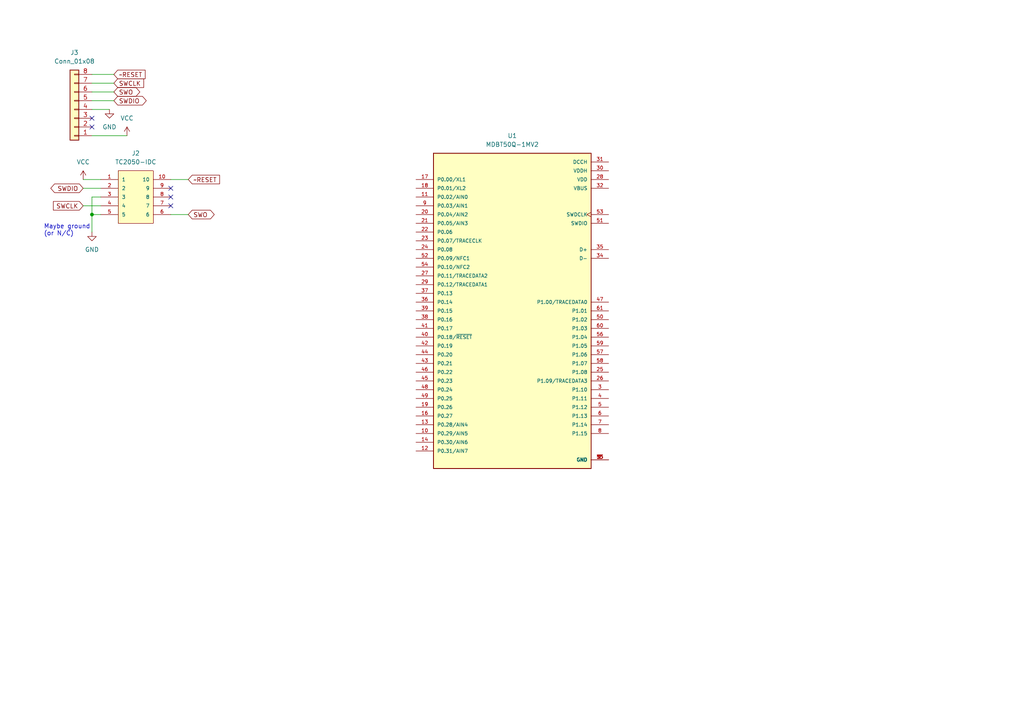
<source format=kicad_sch>
(kicad_sch (version 20211123) (generator eeschema)
  (paper "A4")
  (lib_symbols
    (symbol "Connector_Generic:Conn_01x08" (pin_names (offset 1.016) hide)
      (property "Reference" "J" (at 0 10.16 0))
      (property "Value" "Conn_01x08" (at 0 -12.7 0))
      (symbol "Conn_01x08_1_1"
        (rectangle (start -1.27 -10.033) (end 0 -10.287) (stroke (width 0.1524)))
        (rectangle (start -1.27 -7.493) (end 0 -7.747) (stroke (width 0.1524)))
        (rectangle (start -1.27 -4.953) (end 0 -5.207) (stroke (width 0.1524)))
        (rectangle (start -1.27 -2.413) (end 0 -2.667) (stroke (width 0.1524)))
        (rectangle (start -1.27 0.127) (end 0 -0.127) (stroke (width 0.1524)))
        (rectangle (start -1.27 2.667) (end 0 2.413) (stroke (width 0.1524)))
        (rectangle (start -1.27 5.207) (end 0 4.953) (stroke (width 0.1524)))
        (rectangle (start -1.27 7.747) (end 0 7.493) (stroke (width 0.1524)))
        (rectangle (start -1.27 8.89) (end 1.27 -11.43) (stroke (width 0.254)) (fill (type background)))
        (pin passive line (at -5.08 7.62 0) (length 3.81) (name "Pin_1") (number "1"))
        (pin passive line (at -5.08 5.08 0) (length 3.81) (name "Pin_2") (number "2"))
        (pin passive line (at -5.08 2.54 0) (length 3.81) (name "Pin_3") (number "3"))
        (pin passive line (at -5.08 0 0) (length 3.81) (name "Pin_4") (number "4"))
        (pin passive line (at -5.08 -2.54 0) (length 3.81) (name "Pin_5") (number "5"))
        (pin passive line (at -5.08 -5.08 0) (length 3.81) (name "Pin_6") (number "6"))
        (pin passive line (at -5.08 -7.62 0) (length 3.81) (name "Pin_7") (number "7"))
        (pin passive line (at -5.08 -10.16 0) (length 3.81) (name "Pin_8") (number "8"))
      )
    )
    (symbol "MDBT50Q-1MV2:MDBT50Q-1MV2" (pin_names (offset 1.016))
      (property "Reference" "U" (at -22.86 46.482 0))
      (property "Value" "MDBT50Q-1MV2" (at -22.86 -48.26 0))
      (symbol "MDBT50Q-1MV2_0_0"
        (rectangle (start -22.86 -45.72) (end 22.86 45.72) (stroke (width 0.254)) (fill (type background)))
        (pin power_in line (at 27.94 -43.18 180) (length 5.08) (name "GND") (number "1"))
        (pin bidirectional line (at -27.94 -35.56 0) (length 5.08) (name "P0.29/AIN5") (number "10"))
        (pin bidirectional line (at -27.94 33.02 0) (length 5.08) (name "P0.02/AIN0") (number "11"))
        (pin bidirectional line (at -27.94 -40.64 0) (length 5.08) (name "P0.31/AIN7") (number "12"))
        (pin bidirectional line (at -27.94 -33.02 0) (length 5.08) (name "P0.28/AIN4") (number "13"))
        (pin bidirectional line (at -27.94 -38.1 0) (length 5.08) (name "P0.30/AIN6") (number "14"))
        (pin power_in line (at 27.94 -43.18 180) (length 5.08) (name "GND") (number "15"))
        (pin bidirectional line (at -27.94 -30.48 0) (length 5.08) (name "P0.27") (number "16"))
        (pin bidirectional line (at -27.94 38.1 0) (length 5.08) (name "P0.00/XL1") (number "17"))
        (pin bidirectional line (at -27.94 35.56 0) (length 5.08) (name "P0.01/XL2") (number "18"))
        (pin bidirectional line (at -27.94 -27.94 0) (length 5.08) (name "P0.26") (number "19"))
        (pin power_in line (at 27.94 -43.18 180) (length 5.08) (name "GND") (number "2"))
        (pin bidirectional line (at -27.94 27.94 0) (length 5.08) (name "P0.04/AIN2") (number "20"))
        (pin bidirectional line (at -27.94 25.4 0) (length 5.08) (name "P0.05/AIN3") (number "21"))
        (pin bidirectional line (at -27.94 22.86 0) (length 5.08) (name "P0.06") (number "22"))
        (pin bidirectional line (at -27.94 20.32 0) (length 5.08) (name "P0.07/TRACECLK") (number "23"))
        (pin bidirectional line (at -27.94 17.78 0) (length 5.08) (name "P0.08") (number "24"))
        (pin bidirectional line (at 27.94 -17.78 180) (length 5.08) (name "P1.08") (number "25"))
        (pin bidirectional line (at 27.94 -20.32 180) (length 5.08) (name "P1.09/TRACEDATA3") (number "26"))
        (pin bidirectional line (at -27.94 10.16 0) (length 5.08) (name "P0.11/TRACEDATA2") (number "27"))
        (pin power_in line (at 27.94 38.1 180) (length 5.08) (name "VDD") (number "28"))
        (pin bidirectional line (at -27.94 7.62 0) (length 5.08) (name "P0.12/TRACEDATA1") (number "29"))
        (pin bidirectional line (at 27.94 -22.86 180) (length 5.08) (name "P1.10") (number "3"))
        (pin power_in line (at 27.94 40.64 180) (length 5.08) (name "VDDH") (number "30"))
        (pin power_in line (at 27.94 43.18 180) (length 5.08) (name "DCCH") (number "31"))
        (pin power_in line (at 27.94 35.56 180) (length 5.08) (name "VBUS") (number "32"))
        (pin power_in line (at 27.94 -43.18 180) (length 5.08) (name "GND") (number "33"))
        (pin bidirectional line (at 27.94 15.24 180) (length 5.08) (name "D-") (number "34"))
        (pin bidirectional line (at 27.94 17.78 180) (length 5.08) (name "D+") (number "35"))
        (pin bidirectional line (at -27.94 2.54 0) (length 5.08) (name "P0.14") (number "36"))
        (pin bidirectional line (at -27.94 5.08 0) (length 5.08) (name "P0.13") (number "37"))
        (pin bidirectional line (at -27.94 -2.54 0) (length 5.08) (name "P0.16") (number "38"))
        (pin bidirectional line (at -27.94 0 0) (length 5.08) (name "P0.15") (number "39"))
        (pin bidirectional line (at 27.94 -25.4 180) (length 5.08) (name "P1.11") (number "4"))
        (pin bidirectional line (at -27.94 -7.62 0) (length 5.08) (name "P0.18/~{RESET}") (number "40"))
        (pin bidirectional line (at -27.94 -5.08 0) (length 5.08) (name "P0.17") (number "41"))
        (pin bidirectional line (at -27.94 -10.16 0) (length 5.08) (name "P0.19") (number "42"))
        (pin bidirectional line (at -27.94 -15.24 0) (length 5.08) (name "P0.21") (number "43"))
        (pin bidirectional line (at -27.94 -12.7 0) (length 5.08) (name "P0.20") (number "44"))
        (pin bidirectional line (at -27.94 -20.32 0) (length 5.08) (name "P0.23") (number "45"))
        (pin bidirectional line (at -27.94 -17.78 0) (length 5.08) (name "P0.22") (number "46"))
        (pin bidirectional line (at 27.94 2.54 180) (length 5.08) (name "P1.00/TRACEDATA0") (number "47"))
        (pin bidirectional line (at -27.94 -22.86 0) (length 5.08) (name "P0.24") (number "48"))
        (pin bidirectional line (at -27.94 -25.4 0) (length 5.08) (name "P0.25") (number "49"))
        (pin bidirectional line (at 27.94 -27.94 180) (length 5.08) (name "P1.12") (number "5"))
        (pin bidirectional line (at 27.94 -2.54 180) (length 5.08) (name "P1.02") (number "50"))
        (pin bidirectional line (at 27.94 25.4 180) (length 5.08) (name "SWDIO") (number "51"))
        (pin bidirectional line (at -27.94 15.24 0) (length 5.08) (name "P0.09/NFC1") (number "52"))
        (pin input clock (at 27.94 27.94 180) (length 5.08) (name "SWDCLK") (number "53"))
        (pin bidirectional line (at -27.94 12.7 0) (length 5.08) (name "P0.10/NFC2") (number "54"))
        (pin power_in line (at 27.94 -43.18 180) (length 5.08) (name "GND") (number "55"))
        (pin bidirectional line (at 27.94 -7.62 180) (length 5.08) (name "P1.04") (number "56"))
        (pin bidirectional line (at 27.94 -12.7 180) (length 5.08) (name "P1.06") (number "57"))
        (pin bidirectional line (at 27.94 -15.24 180) (length 5.08) (name "P1.07") (number "58"))
        (pin bidirectional line (at 27.94 -10.16 180) (length 5.08) (name "P1.05") (number "59"))
        (pin bidirectional line (at 27.94 -30.48 180) (length 5.08) (name "P1.13") (number "6"))
        (pin bidirectional line (at 27.94 -5.08 180) (length 5.08) (name "P1.03") (number "60"))
        (pin bidirectional line (at 27.94 0 180) (length 5.08) (name "P1.01") (number "61"))
        (pin bidirectional line (at 27.94 -33.02 180) (length 5.08) (name "P1.14") (number "7"))
        (pin bidirectional line (at 27.94 -35.56 180) (length 5.08) (name "P1.15") (number "8"))
        (pin bidirectional line (at -27.94 30.48 0) (length 5.08) (name "P0.03/AIN1") (number "9"))
      )
    )
    (symbol "TC2050-IDC:TC2050-IDC" (pin_names (offset 1.016))
      (property "Reference" "J" (at -5.08 8.382 0))
      (property "Value" "TC2050-IDC" (at -5.08 -10.16 0))
      (symbol "TC2050-IDC_0_0"
        (rectangle (start -5.08 -7.62) (end 5.08 7.62) (stroke (width 0.1524)) (fill (type background)))
        (pin passive line (at -10.16 5.08 0) (length 5.08) (name "1") (number "1"))
        (pin passive line (at 10.16 5.08 180) (length 5.08) (name "10") (number "10"))
        (pin passive line (at -10.16 2.54 0) (length 5.08) (name "2") (number "2"))
        (pin passive line (at -10.16 0 0) (length 5.08) (name "3") (number "3"))
        (pin passive line (at -10.16 -2.54 0) (length 5.08) (name "4") (number "4"))
        (pin passive line (at -10.16 -5.08 0) (length 5.08) (name "5") (number "5"))
        (pin passive line (at 10.16 -5.08 180) (length 5.08) (name "6") (number "6"))
        (pin passive line (at 10.16 -2.54 180) (length 5.08) (name "7") (number "7"))
        (pin passive line (at 10.16 0 180) (length 5.08) (name "8") (number "8"))
        (pin passive line (at 10.16 2.54 180) (length 5.08) (name "9") (number "9"))
      )
    )
    (symbol "power:GND" (power) (pin_names (offset 0))
      (property "Value" "GND" (at 0 -3.81 0))
      (symbol "GND_0_1"
        (polyline (pts (xy 0 0) (xy 0 -1.27) (xy 1.27 -1.27) (xy 0 -2.54) (xy -1.27 -1.27) (xy 0 -1.27)))
      )
      (symbol "GND_1_1"
        (pin power_in line (at 0 0 270) (length 0) hide (name "GND") (number "1"))
      )
    )
    (symbol "power:VCC" (power) (pin_names (offset 0))
      (property "Value" "VCC" (at 0 3.81 0))
      (symbol "VCC_0_1"
        (polyline (pts (xy -0.762 1.27) (xy 0 2.54)))
        (polyline (pts (xy 0 0) (xy 0 2.54)))
        (polyline (pts (xy 0 2.54) (xy 0.762 1.27)))
      )
      (symbol "VCC_1_1"
        (pin power_in line (at 0 0 90) (length 0) hide (name "VCC") (number "1"))
      )
    )
  )
  (junction (at 26.67 62.23))
  (no_connect (at 26.67 36.83))
  (no_connect (at 26.67 34.29))
  (no_connect (at 49.53 59.69))
  (no_connect (at 49.53 54.61))
  (no_connect (at 49.53 57.15))
  (wire (pts (xy 26.67 57.15) (xy 26.67 62.23)))
  (wire (pts (xy 26.67 39.37) (xy 36.83 39.37)))
  (wire (pts (xy 29.21 57.15) (xy 26.67 57.15)))
  (wire (pts (xy 26.67 26.67) (xy 33.02 26.67)))
  (wire (pts (xy 24.13 59.69) (xy 29.21 59.69)))
  (wire (pts (xy 24.13 54.61) (xy 29.21 54.61)))
  (wire (pts (xy 26.67 21.59) (xy 33.02 21.59)))
  (wire (pts (xy 49.53 62.23) (xy 54.61 62.23)))
  (wire (pts (xy 26.67 29.21) (xy 33.02 29.21)))
  (wire (pts (xy 26.67 31.75) (xy 31.75 31.75)))
  (wire (pts (xy 26.67 24.13) (xy 33.02 24.13)))
  (wire (pts (xy 49.53 52.07) (xy 54.61 52.07)))
  (wire (pts (xy 26.67 62.23) (xy 29.21 62.23)))
  (wire (pts (xy 26.67 62.23) (xy 26.67 67.31)))
  (wire (pts (xy 24.13 52.07) (xy 29.21 52.07)))
  (text "Maybe ground\n(or N/C)" (at 12.7 68.58 0) (effects (font (size 1.27 1.27)) (justify left bottom)))
  (global_label "~RESET" (shape input) (at 33.02 21.59 0) (property "Intersheet References" "${INTERSHEET_REFS}" (effects hide)))
  (global_label "SWO" (shape bidirectional) (at 54.61 62.23 0) (property "Intersheet References" "${INTERSHEET_REFS}" (effects hide)))
  (global_label "SWDIO" (shape bidirectional) (at 24.13 54.61 180) (property "Intersheet References" "${INTERSHEET_REFS}" (effects hide)))
  (global_label "SWDIO" (shape bidirectional) (at 33.02 29.21 0) (property "Intersheet References" "${INTERSHEET_REFS}" (effects hide)))
  (global_label "~RESET" (shape input) (at 54.61 52.07 0) (property "Intersheet References" "${INTERSHEET_REFS}" (effects hide)))
  (global_label "SWO" (shape bidirectional) (at 33.02 26.67 0) (property "Intersheet References" "${INTERSHEET_REFS}" (effects hide)))
  (global_label "SWCLK" (shape input) (at 33.02 24.13 0) (property "Intersheet References" "${INTERSHEET_REFS}" (effects hide)))
  (global_label "SWCLK" (shape input) (at 24.13 59.69 180) (property "Intersheet References" "${INTERSHEET_REFS}" (effects hide)))
  (symbol (lib_id "power:VCC") (at 36.83 39.37 0) (unit 1)
    (property "Reference" "#PWR0104" (effects hide))
    (property "Value" "VCC" (at 36.83 34.29 0))
  )
  (symbol (lib_id "power:GND") (at 26.67 67.31 0) (unit 1)
    (property "Reference" "#PWR0106" (effects hide))
    (property "Value" "GND" (at 26.67 72.39 0))
  )
  (symbol (lib_id "power:VCC") (at 24.13 52.07 0) (unit 1)
    (property "Reference" "#PWR0107" (effects hide))
    (property "Value" "VCC" (at 24.13 46.99 0))
  )
  (symbol (lib_id "power:GND") (at 31.75 31.75 0) (unit 1)
    (property "Reference" "#PWR0105" (effects hide))
    (property "Value" "GND" (at 31.75 36.83 0))
  )
  (symbol (lib_id "MDBT50Q-1MV2:MDBT50Q-1MV2") (at 148.59 90.17 0) (unit 1)
    (property "Reference" "U1" (at 148.59 39.37 0))
    (property "Value" "MDBT50Q-1MV2" (at 148.59 41.91 0))
    (property "Footprint" "MDBT50Q-1MV2:XCVR_MDBT50Q-1MV2" (effects hide))
    (property "STANDARD" "Manufacturer Recommendations" (effects hide))
    (property "PARTREV" "H" (effects hide))
    (property "MANUFACTURER" "RAYTAC" (effects hide))
    (property "MAXIMUM_PACKAGE_HIEGHT" "2.05mm" (effects hide))
  )
  (symbol (lib_id "Connector_Generic:Conn_01x08") (at 21.59 31.75 180) (unit 1)
    (property "Reference" "J3" (at 21.59 15.24 0))
    (property "Value" "Conn_01x08" (at 21.59 17.78 0))
    (property "Footprint" "SOICbite:SOIC_clipProgSmall" (effects hide))
  )
  (symbol (lib_id "TC2050-IDC:TC2050-IDC") (at 39.37 57.15 0) (unit 1)
    (property "Reference" "J2" (at 39.37 44.45 0))
    (property "Value" "TC2050-IDC" (at 39.37 46.99 0))
    (property "Footprint" "TC2050-IDC:TAG-CONNECT_TC2050-IDC" (effects hide))
    (property "PARTREV" "A" (effects hide))
    (property "MF" "Tag Connect" (effects hide))
    (property "STANDARD" "Manufacturer Recommendations" (effects hide))
  )
)
</source>
